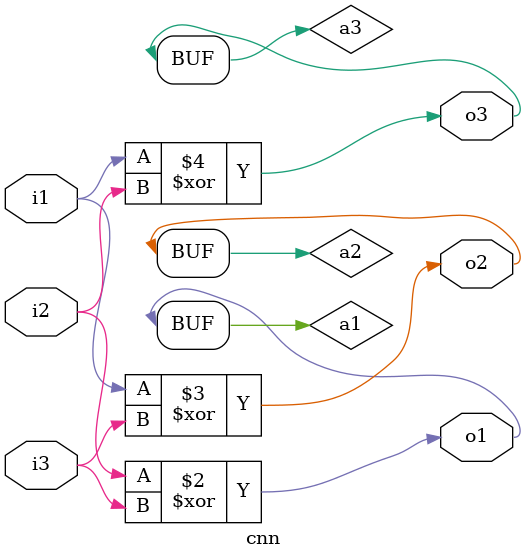
<source format=v>
module cnn(i1,i2,i3,o1,o2,o3);
input i1,i2,i3;
output o1,o2,o3;
reg a1,a2,a3;
always @(i1,i2,i3)
begin
a1<=i2^i3;
a2<=i1^i3;
a3<=i1^i2;
end
assign o1=a1;
assign o2=a2;
assign o3=a3;
endmodule







//module cnn(b,cout,clk );
//input [7:1]b;
//input clk;
//reg[8:1]cn1;
//reg[8:1]cn2;
//output[7:1]cout;
//reg [7:1]c;
//reg [7:1]M[3:1];
//reg[7:1]M1;
//function  [8:1]cn;
//input [7:1] b;
//begin
//M[1][1]=b[2]^b[4];
//M[1][2]=b[1]^b[4];
//M[1][4]=b[1]^b[2];
//M[1][3]=b[2]^b[5];
//M[2][2]=b[3]^b[5];
//M[1][5]=b[2]^b[3];
//M[2][3]=b[4]^b[6];
//M[1][6]=b[3]^b[4];
//M[1][7]=b[4]^b[5];
//M[2][4]=b[3]^b[6];
//M[3][4]=b[5]^b[7];
//M[2][5]=b[4]^b[7];
//M[2][1]=b[5]^b[6];
//M[3][5]=b[1]^b[6];
//M[2][6]=b[1]^b[5];
//M[3][2]=b[6]^b[7];
//M[3][6]=b[2]^b[7];
//M[2][7]=b[2]^b[7];
//M[3][1]=b[3]^b[7];
//M[3][3]=b[1]^b[7];
//M[3][7]=b[1]^b[3];
//M1[1]=(M[2][1] & M[3][1]) | (M[1][1] & M[3][1]) |( M[1][1] & M[3][1]);
//M1[2]=(M[2][2]& M[3][2]) | (M[1][2] & M[3][2]) |( M[1][2] & M[3][2]);
//M1[3]=(M[2][3] & M[3][3]) | (M[1][3] & M[3][3]) |( M[1][3] & M[3][3]);
//M1[4]=(M[2][4] & M[3][4]) | (M[1][4] & M[3][4]) |( M[1][4] & M[3][4]);
//M1[5]=(M[2][5] & M[3][5]) | (M[1][5] & M[3][5]) |( M[1][5] & M[3][5]);
//M1[6]=(M[2][6] & M[3][6]) | (M[1][6] & M[3][6]) |( M[1][6] & M[3][6]);
//M1[7]=(M[2][7] & M[3][7]) |(M[1][7] & M[3][7]) |( M[1][7] & M[3][7]);
//if(M1[1]==b[1])
//begin
// c[1]=b[1];
//end
//else
//begin
// c[1]=M1[1];
//end 
//if(M1[2]==b[2])
//begin
// c[2]=b[2];
//end
//else
//begin
// c[2]=M1[2];
//end
//if(M1[3]==b[3])
//begin
// c[3]=b[3];
//end
//else
//begin
// c[3]=M1[3];
//end
//if(M1[4]==b[4])
//begin
//c[4]=b[4];
//end
//else
//begin
//c[4]=M1[4];
//end
//if(M1[5]==b[5])
//begin
// c[5]=b[5];
//end
//else
//begin
// c[5]=M1[5];
//end
//if(M1[6]==b[6])
//begin
// c[6]=b[6];
//end
//else
//begin
// c[6]=M1[6];
//end
//if(M1[7]==b[7])
//begin
// c[7]=b[7];
//end
//else
//begin
// c[7]=M1[7];
//end
//
// cn[1]=c[1];
// cn[2]=c[2];
// cn[3]=c[3];
//cn[4]=c[4];
//cn[5]=c[5];
//cn[6]=c[6];
// cn[7]=c[7];
// cn[8]=(cn[1]^cn[2]^cn[4])|(cn[2]^cn[3]^cn[6])|(cn[3]^cn[4]^cn[6])|(cn[4]^cn[5]^cn[7])|(cn[1]^cn[5]^cn[6])|(cn[2]^cn[6]^cn[7])|(cn[1]^cn[3]^cn[7]);
//
//end
//endfunction
//always @(posedge clk)
//begin
//cn1<=cn(b);
//if(cn1[8]==0)
// begin
// cn2[7:1]=cn1[7:1];
//end
//else
//begin
//cn2=cn(cn1[7:1]);
//end
//end
//assign cout=cn2[7:1];
//endmodule
</source>
